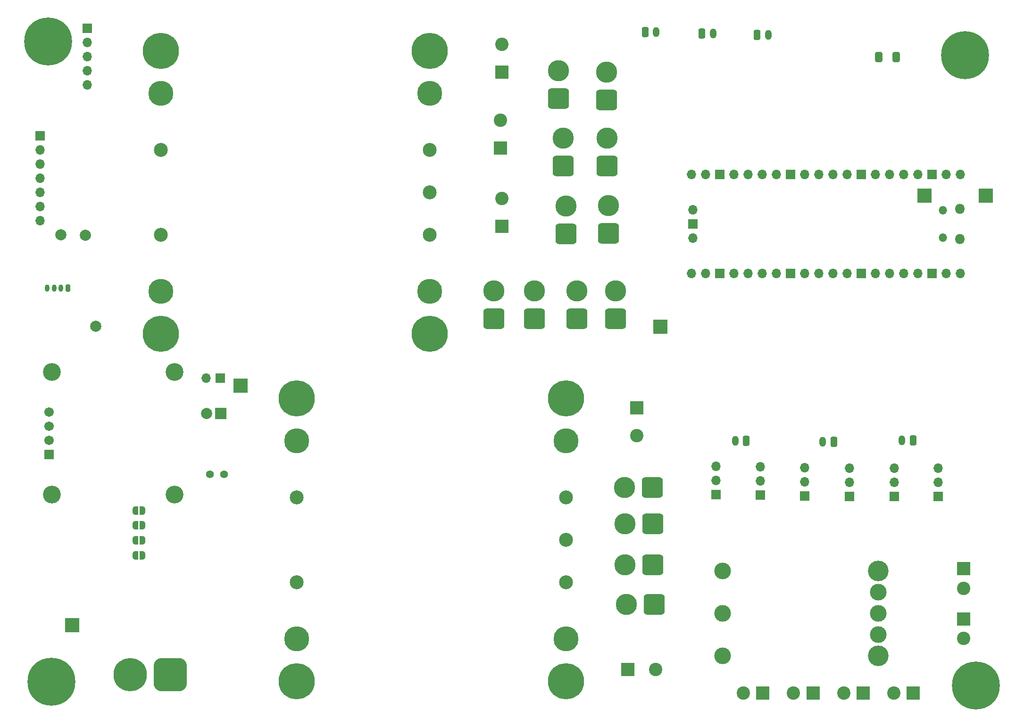
<source format=gbr>
%TF.GenerationSoftware,KiCad,Pcbnew,8.0.8-8.0.8-0~ubuntu22.04.1*%
%TF.CreationDate,2025-01-31T14:52:17-08:00*%
%TF.ProjectId,Backplane_Board,4261636b-706c-4616-9e65-5f426f617264,1*%
%TF.SameCoordinates,Original*%
%TF.FileFunction,Soldermask,Bot*%
%TF.FilePolarity,Negative*%
%FSLAX46Y46*%
G04 Gerber Fmt 4.6, Leading zero omitted, Abs format (unit mm)*
G04 Created by KiCad (PCBNEW 8.0.8-8.0.8-0~ubuntu22.04.1) date 2025-01-31 14:52:17*
%MOMM*%
%LPD*%
G01*
G04 APERTURE LIST*
G04 Aperture macros list*
%AMRoundRect*
0 Rectangle with rounded corners*
0 $1 Rounding radius*
0 $2 $3 $4 $5 $6 $7 $8 $9 X,Y pos of 4 corners*
0 Add a 4 corners polygon primitive as box body*
4,1,4,$2,$3,$4,$5,$6,$7,$8,$9,$2,$3,0*
0 Add four circle primitives for the rounded corners*
1,1,$1+$1,$2,$3*
1,1,$1+$1,$4,$5*
1,1,$1+$1,$6,$7*
1,1,$1+$1,$8,$9*
0 Add four rect primitives between the rounded corners*
20,1,$1+$1,$2,$3,$4,$5,0*
20,1,$1+$1,$4,$5,$6,$7,0*
20,1,$1+$1,$6,$7,$8,$9,0*
20,1,$1+$1,$8,$9,$2,$3,0*%
%AMFreePoly0*
4,1,19,0.500000,-0.750000,0.000000,-0.750000,0.000000,-0.744911,-0.071157,-0.744911,-0.207708,-0.704816,-0.327430,-0.627875,-0.420627,-0.520320,-0.479746,-0.390866,-0.500000,-0.250000,-0.500000,0.250000,-0.479746,0.390866,-0.420627,0.520320,-0.327430,0.627875,-0.207708,0.704816,-0.071157,0.744911,0.000000,0.744911,0.000000,0.750000,0.500000,0.750000,0.500000,-0.750000,0.500000,-0.750000,
$1*%
%AMFreePoly1*
4,1,19,0.000000,0.744911,0.071157,0.744911,0.207708,0.704816,0.327430,0.627875,0.420627,0.520320,0.479746,0.390866,0.500000,0.250000,0.500000,-0.250000,0.479746,-0.390866,0.420627,-0.520320,0.327430,-0.627875,0.207708,-0.704816,0.071157,-0.744911,0.000000,-0.744911,0.000000,-0.750000,-0.500000,-0.750000,-0.500000,0.750000,0.000000,0.750000,0.000000,0.744911,0.000000,0.744911,
$1*%
G04 Aperture macros list end*
%ADD10R,2.400000X2.400000*%
%ADD11C,2.400000*%
%ADD12R,1.700000X1.700000*%
%ADD13O,1.700000X1.700000*%
%ADD14RoundRect,0.760000X1.140000X1.140000X-1.140000X1.140000X-1.140000X-1.140000X1.140000X-1.140000X0*%
%ADD15C,3.800000*%
%ADD16RoundRect,0.250000X0.350000X0.650000X-0.350000X0.650000X-0.350000X-0.650000X0.350000X-0.650000X0*%
%ADD17O,1.200000X1.800000*%
%ADD18C,6.500000*%
%ADD19C,4.500000*%
%ADD20C,2.500000*%
%ADD21C,2.000000*%
%ADD22RoundRect,0.250000X-0.350000X-0.650000X0.350000X-0.650000X0.350000X0.650000X-0.350000X0.650000X0*%
%ADD23RoundRect,0.760000X1.140000X-1.140000X1.140000X1.140000X-1.140000X1.140000X-1.140000X-1.140000X0*%
%ADD24C,0.900000*%
%ADD25C,8.600000*%
%ADD26R,2.000000X2.000000*%
%ADD27C,1.400000*%
%ADD28RoundRect,0.200000X0.200000X0.450000X-0.200000X0.450000X-0.200000X-0.450000X0.200000X-0.450000X0*%
%ADD29O,0.800000X1.300000*%
%ADD30O,1.800000X1.800000*%
%ADD31O,1.500000X1.500000*%
%ADD32RoundRect,1.500000X1.500000X1.500000X-1.500000X1.500000X-1.500000X-1.500000X1.500000X-1.500000X0*%
%ADD33C,6.000000*%
%ADD34RoundRect,0.102000X0.754000X-0.754000X0.754000X0.754000X-0.754000X0.754000X-0.754000X-0.754000X0*%
%ADD35C,1.712000*%
%ADD36C,3.204000*%
%ADD37R,2.500000X2.500000*%
%ADD38C,3.000000*%
%ADD39C,3.700000*%
%ADD40RoundRect,0.250000X-0.412500X-0.650000X0.412500X-0.650000X0.412500X0.650000X-0.412500X0.650000X0*%
%ADD41FreePoly0,0.000000*%
%ADD42FreePoly1,0.000000*%
G04 APERTURE END LIST*
D10*
%TO.C,J8*%
X202000000Y-124000000D03*
D11*
X202000000Y-127500000D03*
%TD*%
D10*
%TO.C,C8*%
X119100000Y-62500000D03*
D11*
X119100000Y-57500000D03*
%TD*%
D10*
%TO.C,C13*%
X141700000Y-142100000D03*
D11*
X146700000Y-142100000D03*
%TD*%
D10*
%TO.C,J19*%
X192975000Y-146300000D03*
D11*
X189475000Y-146300000D03*
%TD*%
D12*
%TO.C,J27*%
X197450000Y-111000000D03*
D13*
X197450000Y-108460000D03*
X197450000Y-105920000D03*
%TD*%
D14*
%TO.C,J25*%
X146100000Y-109400000D03*
D15*
X141100000Y-109400000D03*
%TD*%
D16*
%TO.C,J42*%
X178697500Y-101187500D03*
D17*
X176697500Y-101187500D03*
%TD*%
D18*
%TO.C,U3*%
X57895000Y-30975000D03*
X57895000Y-81775000D03*
X106195000Y-30975000D03*
X106195000Y-81775000D03*
D19*
X57895000Y-74155000D03*
D20*
X57895000Y-63995000D03*
X57895000Y-48755000D03*
D19*
X57895000Y-38595000D03*
X106195000Y-38595000D03*
D20*
X106195000Y-48755000D03*
X106195000Y-56375000D03*
X106195000Y-63995000D03*
D19*
X106195000Y-74155000D03*
%TD*%
D21*
%TO.C,TP8*%
X46200000Y-80430000D03*
%TD*%
D10*
%TO.C,J20*%
X174975000Y-146300000D03*
D11*
X171475000Y-146300000D03*
%TD*%
D22*
%TO.C,J37*%
X164927187Y-28087262D03*
D17*
X166927187Y-28087262D03*
%TD*%
D12*
%TO.C,J35*%
X165525000Y-110712500D03*
D13*
X165525000Y-108172500D03*
X165525000Y-105632500D03*
%TD*%
D12*
%TO.C,J36*%
X173500000Y-110925000D03*
D13*
X173500000Y-108385000D03*
X173500000Y-105845000D03*
%TD*%
D23*
%TO.C,J15*%
X124950000Y-79050000D03*
D15*
X124950000Y-74050000D03*
%TD*%
D16*
%TO.C,J41*%
X192925037Y-100900000D03*
D17*
X190925037Y-100900000D03*
%TD*%
D23*
%TO.C,J17*%
X139550000Y-79075000D03*
D15*
X139550000Y-74075000D03*
%TD*%
D21*
%TO.C,TP1*%
X44325000Y-64125000D03*
%TD*%
D24*
%TO.C,H2*%
X199055419Y-31719581D03*
X200000000Y-29439162D03*
X200000000Y-34000000D03*
X202280419Y-28494581D03*
D25*
X202280419Y-31719581D03*
D24*
X202280419Y-34944581D03*
X204560838Y-29439162D03*
X204560838Y-34000000D03*
X205505419Y-31719581D03*
%TD*%
D10*
%TO.C,J6*%
X202000000Y-133000000D03*
D11*
X202000000Y-136500000D03*
%TD*%
D23*
%TO.C,J9*%
X138250000Y-63800000D03*
D15*
X138250000Y-58800000D03*
%TD*%
D26*
%TO.C,SW1*%
X68625000Y-96075000D03*
D21*
X66085000Y-96075000D03*
%TD*%
D12*
%TO.C,J29*%
X181500000Y-111000000D03*
D13*
X181500000Y-108460000D03*
X181500000Y-105920000D03*
%TD*%
D27*
%TO.C,J26*%
X69250000Y-107000000D03*
X66710000Y-107000000D03*
%TD*%
D28*
%TO.C,J31*%
X41250000Y-73600000D03*
D29*
X40000000Y-73600000D03*
X38750000Y-73600000D03*
X37500000Y-73600000D03*
%TD*%
D18*
%TO.C,U4*%
X82300000Y-93400000D03*
X82300000Y-144200000D03*
X130600000Y-93400000D03*
X130600000Y-144200000D03*
D19*
X82300000Y-136580000D03*
D20*
X82300000Y-126420000D03*
X82300000Y-111180000D03*
D19*
X82300000Y-101020000D03*
X130600000Y-101020000D03*
D20*
X130600000Y-111180000D03*
X130600000Y-118800000D03*
X130600000Y-126420000D03*
D19*
X130600000Y-136580000D03*
%TD*%
D12*
%TO.C,J4*%
X36200000Y-46260000D03*
D13*
X36200000Y-48800000D03*
X36200000Y-51340000D03*
X36200000Y-53880000D03*
X36200000Y-56420000D03*
X36200000Y-58960000D03*
X36200000Y-61500000D03*
%TD*%
D23*
%TO.C,J16*%
X132600000Y-79100000D03*
D15*
X132600000Y-74100000D03*
%TD*%
D10*
%TO.C,J21*%
X165975000Y-146300000D03*
D11*
X162475000Y-146300000D03*
%TD*%
D14*
%TO.C,J22*%
X146450000Y-130375000D03*
D15*
X141450000Y-130375000D03*
%TD*%
D12*
%TO.C,J34*%
X157575000Y-110650000D03*
D13*
X157575000Y-108110000D03*
X157575000Y-105570000D03*
%TD*%
D14*
%TO.C,J24*%
X146200000Y-115881600D03*
D15*
X141200000Y-115881600D03*
%TD*%
D14*
%TO.C,J23*%
X146224600Y-123300000D03*
D15*
X141224600Y-123300000D03*
%TD*%
D12*
%TO.C,J28*%
X189550000Y-111000000D03*
D13*
X189550000Y-108460000D03*
X189550000Y-105920000D03*
%TD*%
D23*
%TO.C,J12*%
X137975000Y-51625000D03*
D15*
X137975000Y-46625000D03*
%TD*%
D10*
%TO.C,J7*%
X183975000Y-146300000D03*
D11*
X180475000Y-146300000D03*
%TD*%
D24*
%TO.C,H4*%
X34494581Y-29280419D03*
X35439162Y-27000000D03*
X35439162Y-31560838D03*
X37719581Y-26055419D03*
D25*
X37719581Y-29280419D03*
D24*
X37719581Y-32505419D03*
X40000000Y-27000000D03*
X40000000Y-31560838D03*
X40944581Y-29280419D03*
%TD*%
%TO.C,H1*%
X201000000Y-145000000D03*
X201944581Y-142719581D03*
X201944581Y-147280419D03*
X204225000Y-141775000D03*
D25*
X204225000Y-145000000D03*
D24*
X204225000Y-148225000D03*
X206505419Y-142719581D03*
X206505419Y-147280419D03*
X207450000Y-145000000D03*
%TD*%
D10*
%TO.C,C14*%
X143300000Y-95050000D03*
D11*
X143300000Y-100050000D03*
%TD*%
D16*
%TO.C,J40*%
X163019925Y-101000000D03*
D17*
X161019925Y-101000000D03*
%TD*%
D21*
%TO.C,TP2*%
X40000000Y-64000000D03*
%TD*%
D12*
%TO.C,J5*%
X68555000Y-89775000D03*
D13*
X66015000Y-89775000D03*
%TD*%
D30*
%TO.C,U6*%
X201315000Y-59335000D03*
D31*
X198285000Y-59635000D03*
X198285000Y-64485000D03*
D30*
X201315000Y-64785000D03*
D13*
X201445000Y-53170000D03*
X198905000Y-53170000D03*
D12*
X196365000Y-53170000D03*
D13*
X193825000Y-53170000D03*
X191285000Y-53170000D03*
X188745000Y-53170000D03*
X186205000Y-53170000D03*
D12*
X183665000Y-53170000D03*
D13*
X181125000Y-53170000D03*
X178585000Y-53170000D03*
X176045000Y-53170000D03*
X173505000Y-53170000D03*
D12*
X170965000Y-53170000D03*
D13*
X168425000Y-53170000D03*
X165885000Y-53170000D03*
X163345000Y-53170000D03*
X160805000Y-53170000D03*
D12*
X158265000Y-53170000D03*
D13*
X155725000Y-53170000D03*
X153185000Y-53170000D03*
X153185000Y-70950000D03*
X155725000Y-70950000D03*
D12*
X158265000Y-70950000D03*
D13*
X160805000Y-70950000D03*
X163345000Y-70950000D03*
X165885000Y-70950000D03*
X168425000Y-70950000D03*
D12*
X170965000Y-70950000D03*
D13*
X173505000Y-70950000D03*
X176045000Y-70950000D03*
X178585000Y-70950000D03*
X181125000Y-70950000D03*
D12*
X183665000Y-70950000D03*
D13*
X186205000Y-70950000D03*
X188745000Y-70950000D03*
X191285000Y-70950000D03*
X193825000Y-70950000D03*
D12*
X196365000Y-70950000D03*
D13*
X198905000Y-70950000D03*
X201445000Y-70950000D03*
X153415000Y-59520000D03*
D12*
X153415000Y-62060000D03*
D13*
X153415000Y-64600000D03*
%TD*%
D12*
%TO.C,J32*%
X44700000Y-26935000D03*
D13*
X44700000Y-29475000D03*
X44700000Y-32015000D03*
X44700000Y-34555000D03*
X44700000Y-37095000D03*
%TD*%
D10*
%TO.C,C7*%
X118900000Y-48415216D03*
D11*
X118900000Y-43415216D03*
%TD*%
D32*
%TO.C,J3*%
X59600000Y-143000000D03*
D33*
X52400000Y-143000000D03*
%TD*%
D24*
%TO.C,H3*%
X35055419Y-144280419D03*
X36000000Y-142000000D03*
X36000000Y-146560838D03*
X38280419Y-141055419D03*
D25*
X38280419Y-144280419D03*
D24*
X38280419Y-147505419D03*
X40560838Y-142000000D03*
X40560838Y-146560838D03*
X41505419Y-144280419D03*
%TD*%
D34*
%TO.C,Brd1*%
X37875000Y-103460000D03*
D35*
X37875000Y-100920000D03*
X37875000Y-98380000D03*
X37875000Y-95840000D03*
D36*
X38375000Y-110650000D03*
X38375000Y-88650000D03*
X60375000Y-88650000D03*
X60375000Y-110650000D03*
%TD*%
D23*
%TO.C,J10*%
X130600000Y-63875000D03*
D15*
X130600000Y-58875000D03*
%TD*%
D23*
%TO.C,J18*%
X137900000Y-39800000D03*
D15*
X137900000Y-34800000D03*
%TD*%
D23*
%TO.C,J11*%
X129325000Y-39525000D03*
D15*
X129325000Y-34525000D03*
%TD*%
D23*
%TO.C,J13*%
X130175000Y-51625000D03*
D15*
X130175000Y-46625000D03*
%TD*%
D23*
%TO.C,J14*%
X117700000Y-79050000D03*
D15*
X117700000Y-74050000D03*
%TD*%
D22*
%TO.C,J38*%
X155025000Y-27900000D03*
D17*
X157025000Y-27900000D03*
%TD*%
D22*
%TO.C,J39*%
X144841250Y-27581325D03*
D17*
X146841250Y-27581325D03*
%TD*%
D10*
%TO.C,C6*%
X119100000Y-34815216D03*
D11*
X119100000Y-29815216D03*
%TD*%
D37*
%TO.C,TP7*%
X147599400Y-80543400D03*
%TD*%
D38*
%TO.C,U5*%
X158725000Y-139590000D03*
X158725000Y-131970000D03*
X158725000Y-124350000D03*
D39*
X186665000Y-124350000D03*
D38*
X186665000Y-128160000D03*
X186665000Y-131970000D03*
X186665000Y-135780000D03*
D39*
X186665000Y-139590000D03*
%TD*%
D37*
%TO.C,TP6*%
X72212200Y-91109800D03*
%TD*%
%TO.C,TP5*%
X41986200Y-134162800D03*
%TD*%
%TO.C,TP3*%
X206000000Y-57000000D03*
%TD*%
D40*
%TO.C,C27*%
X186775000Y-32100000D03*
X189900000Y-32100000D03*
%TD*%
D41*
%TO.C,JP4*%
X53300000Y-113550000D03*
D42*
X54600000Y-113550000D03*
%TD*%
D41*
%TO.C,JP2*%
X53300000Y-118850000D03*
D42*
X54600000Y-118850000D03*
%TD*%
D41*
%TO.C,JP1*%
X53300000Y-121550000D03*
D42*
X54600000Y-121550000D03*
%TD*%
D41*
%TO.C,JP3*%
X53300000Y-116150000D03*
D42*
X54600000Y-116150000D03*
%TD*%
D37*
%TO.C,TP4*%
X195000000Y-57000000D03*
%TD*%
M02*

</source>
